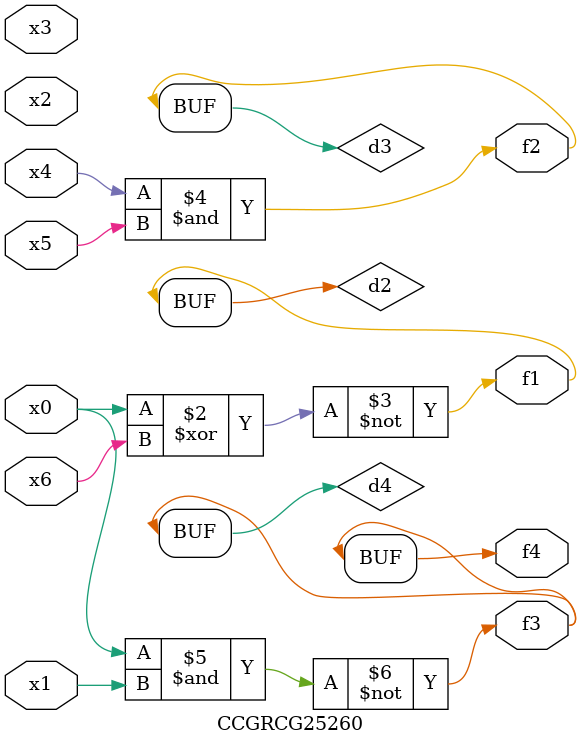
<source format=v>
module CCGRCG25260(
	input x0, x1, x2, x3, x4, x5, x6,
	output f1, f2, f3, f4
);

	wire d1, d2, d3, d4;

	nor (d1, x0);
	xnor (d2, x0, x6);
	and (d3, x4, x5);
	nand (d4, x0, x1);
	assign f1 = d2;
	assign f2 = d3;
	assign f3 = d4;
	assign f4 = d4;
endmodule

</source>
